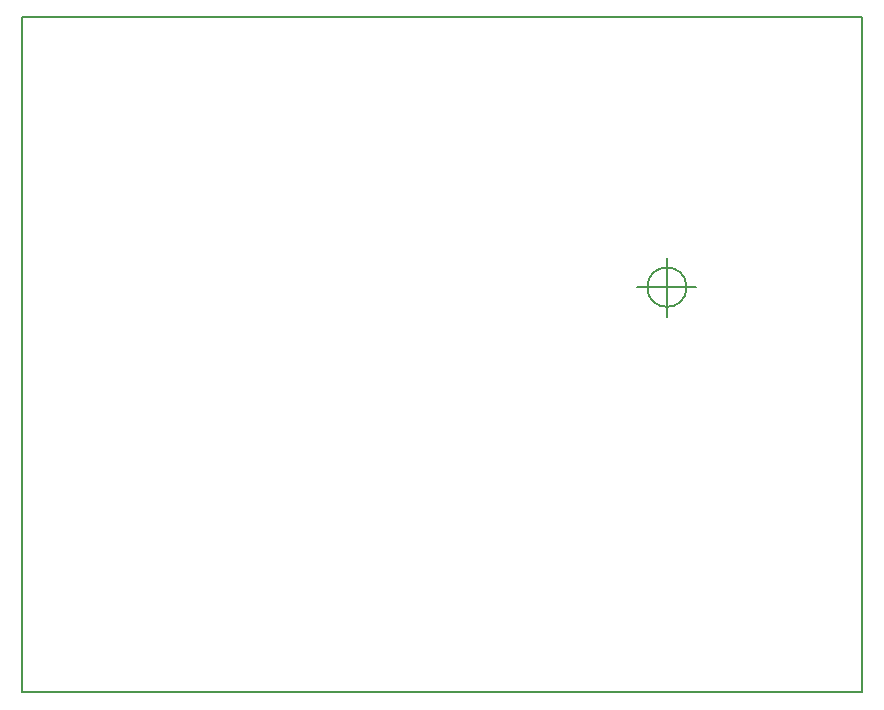
<source format=gbr>
G04 #@! TF.FileFunction,Profile,NP*
%FSLAX46Y46*%
G04 Gerber Fmt 4.6, Leading zero omitted, Abs format (unit mm)*
G04 Created by KiCad (PCBNEW 4.0.5+dfsg1-4) date Sun Oct  6 15:56:16 2019*
%MOMM*%
%LPD*%
G01*
G04 APERTURE LIST*
%ADD10C,0.150000*%
G04 APERTURE END LIST*
D10*
X156606666Y-93980000D02*
G75*
G03X156606666Y-93980000I-1666666J0D01*
G01*
X152440000Y-93980000D02*
X157440000Y-93980000D01*
X154940000Y-91480000D02*
X154940000Y-96480000D01*
X171450000Y-71120000D02*
X100330000Y-71120000D01*
X171450000Y-128270000D02*
X171450000Y-71120000D01*
X100330000Y-128270000D02*
X171450000Y-128270000D01*
X100330000Y-71120000D02*
X100330000Y-128270000D01*
M02*

</source>
